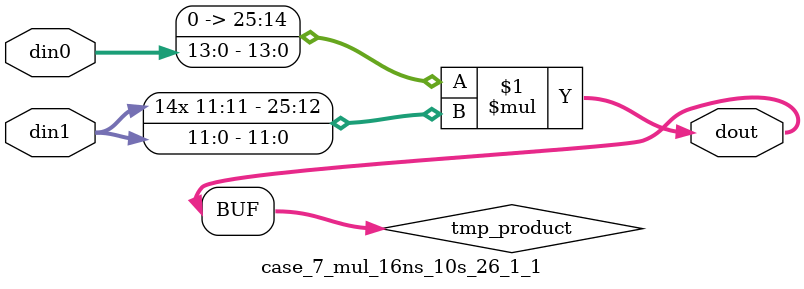
<source format=v>

`timescale 1 ns / 1 ps

 (* use_dsp = "no" *)  module case_7_mul_16ns_10s_26_1_1(din0, din1, dout);
parameter ID = 1;
parameter NUM_STAGE = 0;
parameter din0_WIDTH = 14;
parameter din1_WIDTH = 12;
parameter dout_WIDTH = 26;

input [din0_WIDTH - 1 : 0] din0; 
input [din1_WIDTH - 1 : 0] din1; 
output [dout_WIDTH - 1 : 0] dout;

wire signed [dout_WIDTH - 1 : 0] tmp_product;

























assign tmp_product = $signed({1'b0, din0}) * $signed(din1);










assign dout = tmp_product;





















endmodule

</source>
